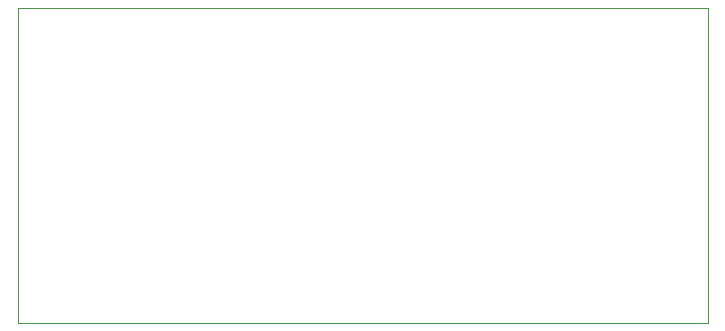
<source format=gbr>
%TF.GenerationSoftware,KiCad,Pcbnew,(5.1.6)-1*%
%TF.CreationDate,2020-12-16T23:33:53+01:00*%
%TF.ProjectId,02_Batt_Alim,30325f42-6174-4745-9f41-6c696d2e6b69,rev?*%
%TF.SameCoordinates,Original*%
%TF.FileFunction,Profile,NP*%
%FSLAX46Y46*%
G04 Gerber Fmt 4.6, Leading zero omitted, Abs format (unit mm)*
G04 Created by KiCad (PCBNEW (5.1.6)-1) date 2020-12-16 23:33:53*
%MOMM*%
%LPD*%
G01*
G04 APERTURE LIST*
%TA.AperFunction,Profile*%
%ADD10C,0.050000*%
%TD*%
G04 APERTURE END LIST*
D10*
X99441000Y-54610000D02*
X99441000Y-81280000D01*
X157861000Y-54610000D02*
X99441000Y-54610000D01*
X157861000Y-81280000D02*
X157861000Y-54610000D01*
X99441000Y-81280000D02*
X157861000Y-81280000D01*
M02*

</source>
